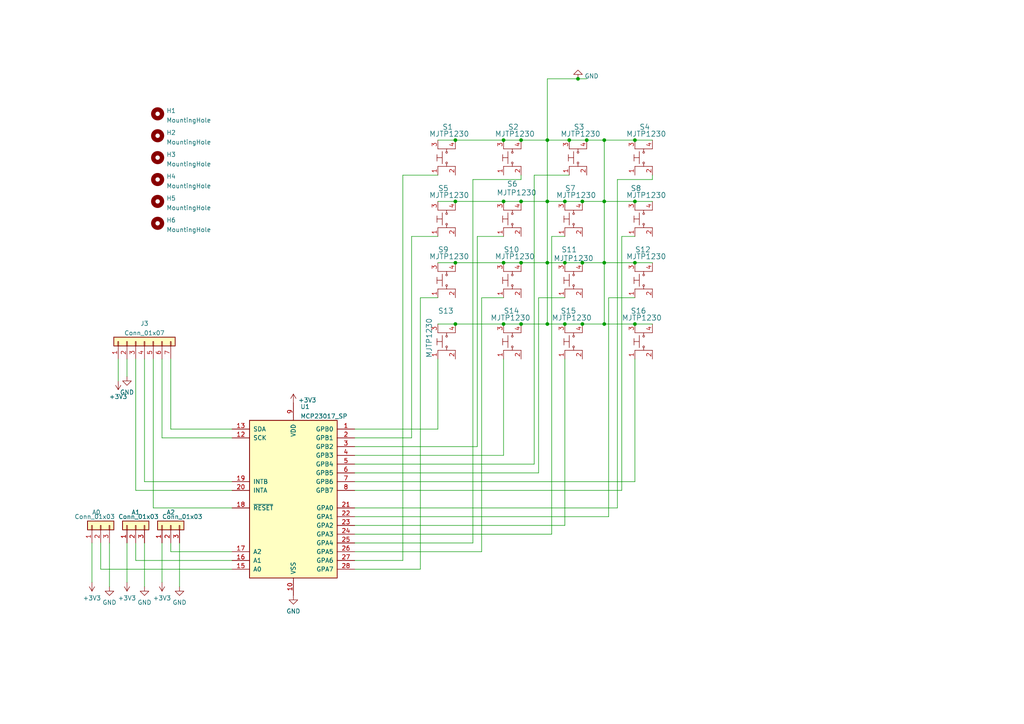
<source format=kicad_sch>
(kicad_sch (version 20211123) (generator eeschema)
  (paper "A4")
  (lib_symbols
    (symbol "Connector_Generic:Conn_01x03" (pin_names (offset 1.016) hide)
      (property "Reference" "J" (at 0 5.08 0))
      (property "Value" "Conn_01x03" (at 0 -5.08 0))
      (symbol "Conn_01x03_1_1"
        (rectangle (start -1.27 -2.413) (end 0 -2.667) (stroke (width 0.1524)))
        (rectangle (start -1.27 0.127) (end 0 -0.127) (stroke (width 0.1524)))
        (rectangle (start -1.27 2.667) (end 0 2.413) (stroke (width 0.1524)))
        (rectangle (start -1.27 3.81) (end 1.27 -3.81) (stroke (width 0.254)) (fill (type background)))
        (pin passive line (at -5.08 2.54 0) (length 3.81) (name "Pin_1") (number "1"))
        (pin passive line (at -5.08 0 0) (length 3.81) (name "Pin_2") (number "2"))
        (pin passive line (at -5.08 -2.54 0) (length 3.81) (name "Pin_3") (number "3"))
      )
    )
    (symbol "Connector_Generic:Conn_01x07" (pin_names (offset 1.016) hide)
      (property "Reference" "J" (at 0 10.16 0))
      (property "Value" "Conn_01x07" (at 0 -10.16 0))
      (symbol "Conn_01x07_1_1"
        (rectangle (start -1.27 -7.493) (end 0 -7.747) (stroke (width 0.1524)))
        (rectangle (start -1.27 -4.953) (end 0 -5.207) (stroke (width 0.1524)))
        (rectangle (start -1.27 -2.413) (end 0 -2.667) (stroke (width 0.1524)))
        (rectangle (start -1.27 0.127) (end 0 -0.127) (stroke (width 0.1524)))
        (rectangle (start -1.27 2.667) (end 0 2.413) (stroke (width 0.1524)))
        (rectangle (start -1.27 5.207) (end 0 4.953) (stroke (width 0.1524)))
        (rectangle (start -1.27 7.747) (end 0 7.493) (stroke (width 0.1524)))
        (rectangle (start -1.27 8.89) (end 1.27 -8.89) (stroke (width 0.254)) (fill (type background)))
        (pin passive line (at -5.08 7.62 0) (length 3.81) (name "Pin_1") (number "1"))
        (pin passive line (at -5.08 5.08 0) (length 3.81) (name "Pin_2") (number "2"))
        (pin passive line (at -5.08 2.54 0) (length 3.81) (name "Pin_3") (number "3"))
        (pin passive line (at -5.08 0 0) (length 3.81) (name "Pin_4") (number "4"))
        (pin passive line (at -5.08 -2.54 0) (length 3.81) (name "Pin_5") (number "5"))
        (pin passive line (at -5.08 -5.08 0) (length 3.81) (name "Pin_6") (number "6"))
        (pin passive line (at -5.08 -7.62 0) (length 3.81) (name "Pin_7") (number "7"))
      )
    )
    (symbol "Interface_Expansion:MCP23017_SP" (pin_names (offset 1.016))
      (property "Reference" "U" (at -11.43 24.13 0))
      (property "Value" "MCP23017_SP" (at 0 0 0))
      (symbol "MCP23017_SP_0_1"
        (rectangle (start -12.7 22.86) (end 12.7 -22.86) (stroke (width 0.254)) (fill (type background)))
      )
      (symbol "MCP23017_SP_1_1"
        (pin bidirectional line (at 17.78 20.32 180) (length 5.08) (name "GPB0") (number "1"))
        (pin power_in line (at 0 -27.94 90) (length 5.08) (name "VSS") (number "10"))
        (pin no_connect line (at -12.7 15.24 0) (length 5.08) hide (name "NC") (number "11"))
        (pin input line (at -17.78 17.78 0) (length 5.08) (name "SCK") (number "12"))
        (pin bidirectional line (at -17.78 20.32 0) (length 5.08) (name "SDA") (number "13"))
        (pin no_connect line (at -12.7 12.7 0) (length 5.08) hide (name "NC") (number "14"))
        (pin input line (at -17.78 -20.32 0) (length 5.08) (name "A0") (number "15"))
        (pin input line (at -17.78 -17.78 0) (length 5.08) (name "A1") (number "16"))
        (pin input line (at -17.78 -15.24 0) (length 5.08) (name "A2") (number "17"))
        (pin input line (at -17.78 -2.54 0) (length 5.08) (name "~{RESET}") (number "18"))
        (pin tri_state line (at -17.78 5.08 0) (length 5.08) (name "INTB") (number "19"))
        (pin bidirectional line (at 17.78 17.78 180) (length 5.08) (name "GPB1") (number "2"))
        (pin tri_state line (at -17.78 2.54 0) (length 5.08) (name "INTA") (number "20"))
        (pin bidirectional line (at 17.78 -2.54 180) (length 5.08) (name "GPA0") (number "21"))
        (pin bidirectional line (at 17.78 -5.08 180) (length 5.08) (name "GPA1") (number "22"))
        (pin bidirectional line (at 17.78 -7.62 180) (length 5.08) (name "GPA2") (number "23"))
        (pin bidirectional line (at 17.78 -10.16 180) (length 5.08) (name "GPA3") (number "24"))
        (pin bidirectional line (at 17.78 -12.7 180) (length 5.08) (name "GPA4") (number "25"))
        (pin bidirectional line (at 17.78 -15.24 180) (length 5.08) (name "GPA5") (number "26"))
        (pin bidirectional line (at 17.78 -17.78 180) (length 5.08) (name "GPA6") (number "27"))
        (pin bidirectional line (at 17.78 -20.32 180) (length 5.08) (name "GPA7") (number "28"))
        (pin bidirectional line (at 17.78 15.24 180) (length 5.08) (name "GPB2") (number "3"))
        (pin bidirectional line (at 17.78 12.7 180) (length 5.08) (name "GPB3") (number "4"))
        (pin bidirectional line (at 17.78 10.16 180) (length 5.08) (name "GPB4") (number "5"))
        (pin bidirectional line (at 17.78 7.62 180) (length 5.08) (name "GPB5") (number "6"))
        (pin bidirectional line (at 17.78 5.08 180) (length 5.08) (name "GPB6") (number "7"))
        (pin bidirectional line (at 17.78 2.54 180) (length 5.08) (name "GPB7") (number "8"))
        (pin power_in line (at 0 27.94 270) (length 5.08) (name "VDD") (number "9"))
      )
    )
    (symbol "Mechanical:MountingHole" (pin_names (offset 1.016))
      (property "Reference" "H" (at 0 5.08 0))
      (property "Value" "MountingHole" (at 0 3.175 0))
      (symbol "MountingHole_0_1"
        (circle (center 0 0) (radius 1.27) (stroke (width 1.27)))
      )
    )
    (symbol "dk_Tactile-Switches:MJTP1230" (pin_names (offset 1.016))
      (property "Reference" "S" (at 0 5.08 0))
      (property "Value" "MJTP1230" (at 0 -5.08 0))
      (symbol "MJTP1230_0_1"
        (circle (center -1.524 0) (radius 0.254))
        (polyline (pts (xy -2.54 2.54) (xy -2.54 -2.54)))
        (polyline (pts (xy -1.778 0) (xy -2.54 0)))
        (polyline (pts (xy -1.778 1.27) (xy 1.778 1.27)))
        (polyline (pts (xy 2.54 -2.54) (xy 2.54 2.54)))
        (polyline (pts (xy 2.54 0) (xy 1.778 0)))
        (circle (center 1.524 0) (radius 0.254))
      )
      (symbol "MJTP1230_1_1"
        (polyline (pts (xy -1.016 2.794) (xy 0.889 2.794)))
        (polyline (pts (xy 0 2.794) (xy 0 1.27)))
        (pin passive line (at -5.08 2.54 0) (length 2.54) (name "~") (number "1"))
        (pin passive line (at -5.08 -2.54 0) (length 2.54) (name "~") (number "2"))
        (pin passive line (at 5.08 2.54 180) (length 2.54) (name "~") (number "3"))
        (pin passive line (at 5.08 -2.54 180) (length 2.54) (name "~") (number "4"))
      )
    )
    (symbol "power:+3.3V" (power) (pin_names (offset 0))
      (property "Value" "+3.3V" (at 0 3.556 0))
      (symbol "+3.3V_0_1"
        (polyline (pts (xy -0.762 1.27) (xy 0 2.54)))
        (polyline (pts (xy 0 0) (xy 0 2.54)))
        (polyline (pts (xy 0 2.54) (xy 0.762 1.27)))
      )
      (symbol "+3.3V_1_1"
        (pin power_in line (at 0 0 90) (length 0) hide (name "+3V3") (number "1"))
      )
    )
    (symbol "power:GND" (power) (pin_names (offset 0))
      (property "Value" "GND" (at 0 -3.81 0))
      (symbol "GND_0_1"
        (polyline (pts (xy 0 0) (xy 0 -1.27) (xy 1.27 -1.27) (xy 0 -2.54) (xy -1.27 -1.27) (xy 0 -1.27)))
      )
      (symbol "GND_1_1"
        (pin power_in line (at 0 0 270) (length 0) hide (name "GND") (number "1"))
      )
    )
  )
  (junction (at 146.05 40.64))
  (junction (at 132.08 40.64))
  (junction (at 184.15 93.98))
  (junction (at 170.18 40.64))
  (junction (at 158.75 58.42))
  (junction (at 168.91 58.42))
  (junction (at 163.83 58.42))
  (junction (at 184.15 58.42))
  (junction (at 158.75 40.64))
  (junction (at 132.08 76.2))
  (junction (at 167.64 22.86))
  (junction (at 146.05 58.42))
  (junction (at 158.75 76.2))
  (junction (at 175.26 40.64))
  (junction (at 184.15 40.64))
  (junction (at 132.08 93.98))
  (junction (at 151.13 76.2))
  (junction (at 158.75 93.98))
  (junction (at 151.13 93.98))
  (junction (at 151.13 58.42))
  (junction (at 163.83 76.2))
  (junction (at 146.05 93.98))
  (junction (at 168.91 93.98))
  (junction (at 132.08 58.42))
  (junction (at 163.83 93.98))
  (junction (at 168.91 76.2))
  (junction (at 175.26 58.42))
  (junction (at 165.1 40.64))
  (junction (at 184.15 76.2))
  (junction (at 151.13 40.64))
  (junction (at 175.26 76.2))
  (junction (at 175.26 93.98))
  (junction (at 146.05 76.2))
  (wire (pts (xy 137.16 52.07) (xy 137.16 157.48)))
  (wire (pts (xy 121.92 165.1) (xy 102.87 165.1)))
  (wire (pts (xy 184.15 58.42) (xy 189.23 58.42)))
  (wire (pts (xy 127 93.98) (xy 132.08 93.98)))
  (wire (pts (xy 36.83 157.48) (xy 36.83 168.91)))
  (wire (pts (xy 52.07 157.48) (xy 52.07 170.18)))
  (wire (pts (xy 139.7 86.36) (xy 139.7 160.02)))
  (wire (pts (xy 175.26 40.64) (xy 175.26 58.42)))
  (wire (pts (xy 146.05 58.42) (xy 151.13 58.42)))
  (wire (pts (xy 67.31 142.24) (xy 39.37 142.24)))
  (wire (pts (xy 189.23 50.8) (xy 189.23 52.07)))
  (wire (pts (xy 158.75 76.2) (xy 163.83 76.2)))
  (wire (pts (xy 146.05 132.08) (xy 102.87 132.08)))
  (wire (pts (xy 163.83 86.36) (xy 156.21 86.36)))
  (wire (pts (xy 36.83 104.14) (xy 36.83 109.22)))
  (wire (pts (xy 49.53 157.48) (xy 49.53 160.02)))
  (wire (pts (xy 127 76.2) (xy 132.08 76.2)))
  (wire (pts (xy 146.05 86.36) (xy 139.7 86.36)))
  (wire (pts (xy 132.08 76.2) (xy 146.05 76.2)))
  (wire (pts (xy 127 124.46) (xy 102.87 124.46)))
  (wire (pts (xy 46.99 127) (xy 67.31 127)))
  (wire (pts (xy 39.37 157.48) (xy 39.37 162.56)))
  (wire (pts (xy 39.37 162.56) (xy 67.31 162.56)))
  (wire (pts (xy 184.15 104.14) (xy 184.15 139.7)))
  (wire (pts (xy 146.05 93.98) (xy 151.13 93.98)))
  (wire (pts (xy 165.1 40.64) (xy 170.18 40.64)))
  (wire (pts (xy 179.07 52.07) (xy 179.07 147.32)))
  (wire (pts (xy 119.38 127) (xy 102.87 127)))
  (wire (pts (xy 127 58.42) (xy 132.08 58.42)))
  (wire (pts (xy 127 68.58) (xy 119.38 68.58)))
  (wire (pts (xy 167.64 22.86) (xy 170.18 22.86)))
  (wire (pts (xy 31.75 157.48) (xy 31.75 170.18)))
  (wire (pts (xy 163.83 152.4) (xy 102.87 152.4)))
  (wire (pts (xy 176.53 86.36) (xy 176.53 149.86)))
  (wire (pts (xy 158.75 40.64) (xy 158.75 58.42)))
  (wire (pts (xy 163.83 58.42) (xy 168.91 58.42)))
  (wire (pts (xy 127 40.64) (xy 132.08 40.64)))
  (wire (pts (xy 184.15 68.58) (xy 180.34 68.58)))
  (wire (pts (xy 151.13 40.64) (xy 158.75 40.64)))
  (wire (pts (xy 189.23 52.07) (xy 179.07 52.07)))
  (wire (pts (xy 132.08 93.98) (xy 146.05 93.98)))
  (wire (pts (xy 184.15 86.36) (xy 176.53 86.36)))
  (wire (pts (xy 138.43 68.58) (xy 138.43 129.54)))
  (wire (pts (xy 49.53 104.14) (xy 49.53 124.46)))
  (wire (pts (xy 102.87 160.02) (xy 139.7 160.02)))
  (wire (pts (xy 151.13 50.8) (xy 151.13 52.07)))
  (wire (pts (xy 151.13 93.98) (xy 158.75 93.98)))
  (wire (pts (xy 146.05 76.2) (xy 151.13 76.2)))
  (wire (pts (xy 158.75 58.42) (xy 158.75 76.2)))
  (wire (pts (xy 151.13 76.2) (xy 158.75 76.2)))
  (wire (pts (xy 184.15 93.98) (xy 189.23 93.98)))
  (wire (pts (xy 102.87 129.54) (xy 138.43 129.54)))
  (wire (pts (xy 67.31 124.46) (xy 49.53 124.46)))
  (wire (pts (xy 184.15 139.7) (xy 102.87 139.7)))
  (wire (pts (xy 156.21 86.36) (xy 156.21 137.16)))
  (wire (pts (xy 151.13 52.07) (xy 137.16 52.07)))
  (wire (pts (xy 39.37 142.24) (xy 39.37 104.14)))
  (wire (pts (xy 160.02 68.58) (xy 160.02 154.94)))
  (wire (pts (xy 163.83 68.58) (xy 160.02 68.58)))
  (wire (pts (xy 41.91 139.7) (xy 41.91 104.14)))
  (wire (pts (xy 179.07 147.32) (xy 102.87 147.32)))
  (wire (pts (xy 163.83 104.14) (xy 163.83 152.4)))
  (wire (pts (xy 41.91 157.48) (xy 41.91 170.18)))
  (wire (pts (xy 44.45 147.32) (xy 44.45 104.14)))
  (wire (pts (xy 175.26 40.64) (xy 184.15 40.64)))
  (wire (pts (xy 175.26 76.2) (xy 175.26 93.98)))
  (wire (pts (xy 158.75 76.2) (xy 158.75 93.98)))
  (wire (pts (xy 146.05 68.58) (xy 138.43 68.58)))
  (wire (pts (xy 165.1 50.8) (xy 154.94 50.8)))
  (wire (pts (xy 127 86.36) (xy 121.92 86.36)))
  (wire (pts (xy 168.91 58.42) (xy 175.26 58.42)))
  (wire (pts (xy 184.15 76.2) (xy 189.23 76.2)))
  (wire (pts (xy 116.84 50.8) (xy 116.84 162.56)))
  (wire (pts (xy 46.99 104.14) (xy 46.99 127)))
  (wire (pts (xy 34.29 104.14) (xy 34.29 110.49)))
  (wire (pts (xy 132.08 40.64) (xy 146.05 40.64)))
  (wire (pts (xy 102.87 134.62) (xy 154.94 134.62)))
  (wire (pts (xy 119.38 68.58) (xy 119.38 127)))
  (wire (pts (xy 158.75 58.42) (xy 163.83 58.42)))
  (wire (pts (xy 127 50.8) (xy 116.84 50.8)))
  (wire (pts (xy 132.08 58.42) (xy 146.05 58.42)))
  (wire (pts (xy 151.13 58.42) (xy 158.75 58.42)))
  (wire (pts (xy 175.26 93.98) (xy 184.15 93.98)))
  (wire (pts (xy 158.75 22.86) (xy 158.75 40.64)))
  (wire (pts (xy 160.02 154.94) (xy 102.87 154.94)))
  (wire (pts (xy 175.26 76.2) (xy 184.15 76.2)))
  (wire (pts (xy 168.91 93.98) (xy 175.26 93.98)))
  (wire (pts (xy 175.26 58.42) (xy 184.15 58.42)))
  (wire (pts (xy 46.99 157.48) (xy 46.99 168.91)))
  (wire (pts (xy 121.92 86.36) (xy 121.92 165.1)))
  (wire (pts (xy 67.31 147.32) (xy 44.45 147.32)))
  (wire (pts (xy 180.34 68.58) (xy 180.34 142.24)))
  (wire (pts (xy 168.91 76.2) (xy 175.26 76.2)))
  (wire (pts (xy 154.94 50.8) (xy 154.94 134.62)))
  (wire (pts (xy 176.53 149.86) (xy 102.87 149.86)))
  (wire (pts (xy 163.83 76.2) (xy 168.91 76.2)))
  (wire (pts (xy 158.75 22.86) (xy 167.64 22.86)))
  (wire (pts (xy 29.21 157.48) (xy 29.21 165.1)))
  (wire (pts (xy 67.31 139.7) (xy 41.91 139.7)))
  (wire (pts (xy 26.67 157.48) (xy 26.67 168.91)))
  (wire (pts (xy 158.75 93.98) (xy 163.83 93.98)))
  (wire (pts (xy 184.15 40.64) (xy 189.23 40.64)))
  (wire (pts (xy 163.83 93.98) (xy 168.91 93.98)))
  (wire (pts (xy 146.05 40.64) (xy 151.13 40.64)))
  (wire (pts (xy 29.21 165.1) (xy 67.31 165.1)))
  (wire (pts (xy 156.21 137.16) (xy 102.87 137.16)))
  (wire (pts (xy 49.53 160.02) (xy 67.31 160.02)))
  (wire (pts (xy 116.84 162.56) (xy 102.87 162.56)))
  (wire (pts (xy 146.05 104.14) (xy 146.05 132.08)))
  (wire (pts (xy 158.75 40.64) (xy 165.1 40.64)))
  (wire (pts (xy 170.18 40.64) (xy 175.26 40.64)))
  (wire (pts (xy 180.34 142.24) (xy 102.87 142.24)))
  (wire (pts (xy 127 104.14) (xy 127 124.46)))
  (wire (pts (xy 137.16 157.48) (xy 102.87 157.48)))
  (wire (pts (xy 175.26 58.42) (xy 175.26 76.2)))
  (symbol (lib_id "dk_Tactile-Switches:MJTP1230") (at 129.54 63.5 90) (unit 1)
    (property "Reference" "S5" (at 127 54.61 90) (effects (font (size 1.524 1.524)) (justify right)))
    (property "Value" "MJTP1230" (at 124.46 56.619 90) (effects (font (size 1.524 1.524)) (justify right)))
    (property "Footprint" "Kitecraft_Buttons:SW_PUSH_6mm_H4.3mm" (effects hide))
    (property "Datasheet" "https://media.digikey.com/pdf/Data%20Sheets/APEM%20Components%20PDFs/MJTP%20Series-6MM.pdf" (effects hide))
    (property "Digi-Key_PN" "679-2428-ND" (effects hide))
    (property "MPN" "MJTP1230" (effects hide))
    (property "Category" "Switches" (effects hide))
    (property "Family" "Tactile Switches" (effects hide))
    (property "DK_Datasheet_Link" "https://media.digikey.com/pdf/Data%20Sheets/APEM%20Components%20PDFs/MJTP%20Series-6MM.pdf" (effects hide))
    (property "DK_Detail_Page" "/product-detail/en/apem-inc/MJTP1230/679-2428-ND/1798037" (effects hide))
    (property "Description" "SWITCH TACTILE SPST-NO 0.05A 12V" (effects hide))
    (property "Manufacturer" "APEM Inc." (effects hide))
    (property "Status" "Active" (effects hide))
  )
  (symbol (lib_id "Mechanical:MountingHole") (at 45.72 45.72 0) (unit 1)
    (property "Reference" "H3" (at 48.26 44.8115 0) (effects (justify left)))
    (property "Value" "MountingHole" (at 48.26 47.5866 0) (effects (justify left)))
    (property "Footprint" "MountingHole:MountingHole_2.2mm_M2" (effects hide))
  )
  (symbol (lib_id "power:GND") (at 85.09 172.72 0) (unit 1)
    (property "Reference" "#PWR0109" (effects hide))
    (property "Value" "GND" (at 85.09 177.2825 0))
  )
  (symbol (lib_id "Mechanical:MountingHole") (at 45.72 52.07 0) (unit 1)
    (property "Reference" "H4" (at 48.26 51.1615 0) (effects (justify left)))
    (property "Value" "MountingHole" (at 48.26 53.9366 0) (effects (justify left)))
    (property "Footprint" "MountingHole:MountingHole_2.2mm_M2" (effects hide))
  )
  (symbol (lib_id "power:+3.3V") (at 85.09 116.84 0) (unit 1)
    (property "Reference" "#PWR0110" (effects hide))
    (property "Value" "+3.3V" (at 86.487 116.049 0) (effects (justify left)))
  )
  (symbol (lib_id "dk_Tactile-Switches:MJTP1230") (at 186.69 81.28 90) (unit 1)
    (property "Reference" "S12" (at 184.15 72.39 90) (effects (font (size 1.524 1.524)) (justify right)))
    (property "Value" "MJTP1230" (at 181.61 74.399 90) (effects (font (size 1.524 1.524)) (justify right)))
    (property "Footprint" "Kitecraft_Buttons:SW_PUSH_6mm_H4.3mm" (effects hide))
    (property "Datasheet" "https://media.digikey.com/pdf/Data%20Sheets/APEM%20Components%20PDFs/MJTP%20Series-6MM.pdf" (effects hide))
    (property "Digi-Key_PN" "679-2428-ND" (effects hide))
    (property "MPN" "MJTP1230" (effects hide))
    (property "Category" "Switches" (effects hide))
    (property "Family" "Tactile Switches" (effects hide))
    (property "DK_Datasheet_Link" "https://media.digikey.com/pdf/Data%20Sheets/APEM%20Components%20PDFs/MJTP%20Series-6MM.pdf" (effects hide))
    (property "DK_Detail_Page" "/product-detail/en/apem-inc/MJTP1230/679-2428-ND/1798037" (effects hide))
    (property "Description" "SWITCH TACTILE SPST-NO 0.05A 12V" (effects hide))
    (property "Manufacturer" "APEM Inc." (effects hide))
    (property "Status" "Active" (effects hide))
  )
  (symbol (lib_id "power:GND") (at 41.91 170.18 0) (unit 1)
    (property "Reference" "#PWR0108" (effects hide))
    (property "Value" "GND" (at 41.91 174.7425 0))
  )
  (symbol (lib_id "dk_Tactile-Switches:MJTP1230") (at 129.54 81.28 90) (unit 1)
    (property "Reference" "S9" (at 127 72.39 90) (effects (font (size 1.524 1.524)) (justify right)))
    (property "Value" "MJTP1230" (at 124.46 74.399 90) (effects (font (size 1.524 1.524)) (justify right)))
    (property "Footprint" "Kitecraft_Buttons:SW_PUSH_6mm_H4.3mm" (effects hide))
    (property "Datasheet" "https://media.digikey.com/pdf/Data%20Sheets/APEM%20Components%20PDFs/MJTP%20Series-6MM.pdf" (effects hide))
    (property "Digi-Key_PN" "679-2428-ND" (effects hide))
    (property "MPN" "MJTP1230" (effects hide))
    (property "Category" "Switches" (effects hide))
    (property "Family" "Tactile Switches" (effects hide))
    (property "DK_Datasheet_Link" "https://media.digikey.com/pdf/Data%20Sheets/APEM%20Components%20PDFs/MJTP%20Series-6MM.pdf" (effects hide))
    (property "DK_Detail_Page" "/product-detail/en/apem-inc/MJTP1230/679-2428-ND/1798037" (effects hide))
    (property "Description" "SWITCH TACTILE SPST-NO 0.05A 12V" (effects hide))
    (property "Manufacturer" "APEM Inc." (effects hide))
    (property "Status" "Active" (effects hide))
  )
  (symbol (lib_id "dk_Tactile-Switches:MJTP1230") (at 186.69 45.72 90) (unit 1)
    (property "Reference" "S4" (at 185.42 36.83 90) (effects (font (size 1.524 1.524)) (justify right)))
    (property "Value" "MJTP1230" (at 181.61 38.839 90) (effects (font (size 1.524 1.524)) (justify right)))
    (property "Footprint" "Kitecraft_Buttons:SW_PUSH_6mm_H4.3mm" (effects hide))
    (property "Datasheet" "https://media.digikey.com/pdf/Data%20Sheets/APEM%20Components%20PDFs/MJTP%20Series-6MM.pdf" (effects hide))
    (property "Digi-Key_PN" "679-2428-ND" (effects hide))
    (property "MPN" "MJTP1230" (effects hide))
    (property "Category" "Switches" (effects hide))
    (property "Family" "Tactile Switches" (effects hide))
    (property "DK_Datasheet_Link" "https://media.digikey.com/pdf/Data%20Sheets/APEM%20Components%20PDFs/MJTP%20Series-6MM.pdf" (effects hide))
    (property "DK_Detail_Page" "/product-detail/en/apem-inc/MJTP1230/679-2428-ND/1798037" (effects hide))
    (property "Description" "SWITCH TACTILE SPST-NO 0.05A 12V" (effects hide))
    (property "Manufacturer" "APEM Inc." (effects hide))
    (property "Status" "Active" (effects hide))
  )
  (symbol (lib_id "dk_Tactile-Switches:MJTP1230") (at 166.37 63.5 90) (unit 1)
    (property "Reference" "S7" (at 163.83 54.61 90) (effects (font (size 1.524 1.524)) (justify right)))
    (property "Value" "MJTP1230" (at 161.29 56.619 90) (effects (font (size 1.524 1.524)) (justify right)))
    (property "Footprint" "Kitecraft_Buttons:SW_PUSH_6mm_H4.3mm" (effects hide))
    (property "Datasheet" "https://media.digikey.com/pdf/Data%20Sheets/APEM%20Components%20PDFs/MJTP%20Series-6MM.pdf" (effects hide))
    (property "Digi-Key_PN" "679-2428-ND" (effects hide))
    (property "MPN" "MJTP1230" (effects hide))
    (property "Category" "Switches" (effects hide))
    (property "Family" "Tactile Switches" (effects hide))
    (property "DK_Datasheet_Link" "https://media.digikey.com/pdf/Data%20Sheets/APEM%20Components%20PDFs/MJTP%20Series-6MM.pdf" (effects hide))
    (property "DK_Detail_Page" "/product-detail/en/apem-inc/MJTP1230/679-2428-ND/1798037" (effects hide))
    (property "Description" "SWITCH TACTILE SPST-NO 0.05A 12V" (effects hide))
    (property "Manufacturer" "APEM Inc." (effects hide))
    (property "Status" "Active" (effects hide))
  )
  (symbol (lib_id "Mechanical:MountingHole") (at 45.72 58.42 0) (unit 1)
    (property "Reference" "H5" (at 48.26 57.5115 0) (effects (justify left)))
    (property "Value" "MountingHole" (at 48.26 60.2866 0) (effects (justify left)))
    (property "Footprint" "MountingHole:MountingHole_2.2mm_M2" (effects hide))
  )
  (symbol (lib_id "Connector_Generic:Conn_01x03") (at 49.53 152.4 90) (unit 1)
    (property "Reference" "A2" (at 48.26 148.59 90) (effects (justify right)))
    (property "Value" "Conn_01x03" (at 46.99 149.86 90) (effects (justify right)))
    (property "Footprint" "Connector_PinHeader_2.54mm:PinHeader_1x03_P2.54mm_Vertical" (effects hide))
  )
  (symbol (lib_id "dk_Tactile-Switches:MJTP1230") (at 129.54 99.06 90) (unit 1)
    (property "Reference" "S13" (at 127 90.17 90) (effects (font (size 1.524 1.524)) (justify right)))
    (property "Value" "MJTP1230" (at 124.46 92.179 0) (effects (font (size 1.524 1.524)) (justify right)))
    (property "Footprint" "Kitecraft_Buttons:SW_PUSH_6mm_H4.3mm" (effects hide))
    (property "Datasheet" "https://media.digikey.com/pdf/Data%20Sheets/APEM%20Components%20PDFs/MJTP%20Series-6MM.pdf" (effects hide))
    (property "Digi-Key_PN" "679-2428-ND" (effects hide))
    (property "MPN" "MJTP1230" (effects hide))
    (property "Category" "Switches" (effects hide))
    (property "Family" "Tactile Switches" (effects hide))
    (property "DK_Datasheet_Link" "https://media.digikey.com/pdf/Data%20Sheets/APEM%20Components%20PDFs/MJTP%20Series-6MM.pdf" (effects hide))
    (property "DK_Detail_Page" "/product-detail/en/apem-inc/MJTP1230/679-2428-ND/1798037" (effects hide))
    (property "Description" "SWITCH TACTILE SPST-NO 0.05A 12V" (effects hide))
    (property "Manufacturer" "APEM Inc." (effects hide))
    (property "Status" "Active" (effects hide))
  )
  (symbol (lib_id "power:GND") (at 167.64 22.86 180) (unit 1)
    (property "Reference" "#PWR0111" (effects hide))
    (property "Value" "GND" (at 169.545 22.069 0) (effects (justify right)))
  )
  (symbol (lib_id "power:+3.3V") (at 36.83 168.91 180) (unit 1)
    (property "Reference" "#PWR0106" (effects hide))
    (property "Value" "+3.3V" (at 36.83 173.4725 0))
  )
  (symbol (lib_id "dk_Tactile-Switches:MJTP1230") (at 186.69 63.5 90) (unit 1)
    (property "Reference" "S8" (at 182.88 54.61 90) (effects (font (size 1.524 1.524)) (justify right)))
    (property "Value" "MJTP1230" (at 181.61 56.619 90) (effects (font (size 1.524 1.524)) (justify right)))
    (property "Footprint" "Kitecraft_Buttons:SW_PUSH_6mm_H4.3mm" (effects hide))
    (property "Datasheet" "https://media.digikey.com/pdf/Data%20Sheets/APEM%20Components%20PDFs/MJTP%20Series-6MM.pdf" (effects hide))
    (property "Digi-Key_PN" "679-2428-ND" (effects hide))
    (property "MPN" "MJTP1230" (effects hide))
    (property "Category" "Switches" (effects hide))
    (property "Family" "Tactile Switches" (effects hide))
    (property "DK_Datasheet_Link" "https://media.digikey.com/pdf/Data%20Sheets/APEM%20Components%20PDFs/MJTP%20Series-6MM.pdf" (effects hide))
    (property "DK_Detail_Page" "/product-detail/en/apem-inc/MJTP1230/679-2428-ND/1798037" (effects hide))
    (property "Description" "SWITCH TACTILE SPST-NO 0.05A 12V" (effects hide))
    (property "Manufacturer" "APEM Inc." (effects hide))
    (property "Status" "Active" (effects hide))
  )
  (symbol (lib_id "dk_Tactile-Switches:MJTP1230") (at 166.37 81.28 90) (unit 1)
    (property "Reference" "S11" (at 165.1 72.39 90) (effects (font (size 1.524 1.524))))
    (property "Value" "MJTP1230" (at 166.37 74.93 90) (effects (font (size 1.524 1.524))))
    (property "Footprint" "Kitecraft_Buttons:SW_PUSH_6mm_H4.3mm" (effects hide))
    (property "Datasheet" "https://media.digikey.com/pdf/Data%20Sheets/APEM%20Components%20PDFs/MJTP%20Series-6MM.pdf" (effects hide))
    (property "Digi-Key_PN" "679-2428-ND" (effects hide))
    (property "MPN" "MJTP1230" (effects hide))
    (property "Category" "Switches" (effects hide))
    (property "Family" "Tactile Switches" (effects hide))
    (property "DK_Datasheet_Link" "https://media.digikey.com/pdf/Data%20Sheets/APEM%20Components%20PDFs/MJTP%20Series-6MM.pdf" (effects hide))
    (property "DK_Detail_Page" "/product-detail/en/apem-inc/MJTP1230/679-2428-ND/1798037" (effects hide))
    (property "Description" "SWITCH TACTILE SPST-NO 0.05A 12V" (effects hide))
    (property "Manufacturer" "APEM Inc." (effects hide))
    (property "Status" "Active" (effects hide))
  )
  (symbol (lib_id "power:GND") (at 31.75 170.18 0) (unit 1)
    (property "Reference" "#PWR0104" (effects hide))
    (property "Value" "GND" (at 31.75 174.7425 0))
  )
  (symbol (lib_id "dk_Tactile-Switches:MJTP1230") (at 148.59 45.72 90) (unit 1)
    (property "Reference" "S2" (at 147.32 36.83 90) (effects (font (size 1.524 1.524)) (justify right)))
    (property "Value" "MJTP1230" (at 143.51 38.839 90) (effects (font (size 1.524 1.524)) (justify right)))
    (property "Footprint" "Kitecraft_Buttons:SW_PUSH_6mm_H4.3mm" (effects hide))
    (property "Datasheet" "https://media.digikey.com/pdf/Data%20Sheets/APEM%20Components%20PDFs/MJTP%20Series-6MM.pdf" (effects hide))
    (property "Digi-Key_PN" "679-2428-ND" (effects hide))
    (property "MPN" "MJTP1230" (effects hide))
    (property "Category" "Switches" (effects hide))
    (property "Family" "Tactile Switches" (effects hide))
    (property "DK_Datasheet_Link" "https://media.digikey.com/pdf/Data%20Sheets/APEM%20Components%20PDFs/MJTP%20Series-6MM.pdf" (effects hide))
    (property "DK_Detail_Page" "/product-detail/en/apem-inc/MJTP1230/679-2428-ND/1798037" (effects hide))
    (property "Description" "SWITCH TACTILE SPST-NO 0.05A 12V" (effects hide))
    (property "Manufacturer" "APEM Inc." (effects hide))
    (property "Status" "Active" (effects hide))
  )
  (symbol (lib_id "power:+3.3V") (at 34.29 110.49 180) (unit 1)
    (property "Reference" "#PWR0101" (effects hide))
    (property "Value" "+3.3V" (at 34.29 115.0525 0))
  )
  (symbol (lib_id "Connector_Generic:Conn_01x03") (at 39.37 152.4 90) (unit 1)
    (property "Reference" "A1" (at 38.1 148.59 90) (effects (justify right)))
    (property "Value" "Conn_01x03" (at 34.29 149.86 90) (effects (justify right)))
    (property "Footprint" "Connector_PinHeader_2.54mm:PinHeader_1x03_P2.54mm_Vertical" (effects hide))
  )
  (symbol (lib_id "dk_Tactile-Switches:MJTP1230") (at 129.54 45.72 90) (unit 1)
    (property "Reference" "S1" (at 128.27 36.83 90) (effects (font (size 1.524 1.524)) (justify right)))
    (property "Value" "MJTP1230" (at 124.46 38.839 90) (effects (font (size 1.524 1.524)) (justify right)))
    (property "Footprint" "Kitecraft_Buttons:SW_PUSH_6mm_H4.3mm" (effects hide))
    (property "Datasheet" "https://media.digikey.com/pdf/Data%20Sheets/APEM%20Components%20PDFs/MJTP%20Series-6MM.pdf" (effects hide))
    (property "Digi-Key_PN" "679-2428-ND" (effects hide))
    (property "MPN" "MJTP1230" (effects hide))
    (property "Category" "Switches" (effects hide))
    (property "Family" "Tactile Switches" (effects hide))
    (property "DK_Datasheet_Link" "https://media.digikey.com/pdf/Data%20Sheets/APEM%20Components%20PDFs/MJTP%20Series-6MM.pdf" (effects hide))
    (property "DK_Detail_Page" "/product-detail/en/apem-inc/MJTP1230/679-2428-ND/1798037" (effects hide))
    (property "Description" "SWITCH TACTILE SPST-NO 0.05A 12V" (effects hide))
    (property "Manufacturer" "APEM Inc." (effects hide))
    (property "Status" "Active" (effects hide))
  )
  (symbol (lib_id "power:GND") (at 36.83 109.22 0) (unit 1)
    (property "Reference" "#PWR0102" (effects hide))
    (property "Value" "GND" (at 36.83 113.7825 0))
  )
  (symbol (lib_id "dk_Tactile-Switches:MJTP1230") (at 148.59 99.06 90) (unit 1)
    (property "Reference" "S14" (at 146.05 90.17 90) (effects (font (size 1.524 1.524)) (justify right)))
    (property "Value" "MJTP1230" (at 142.24 92.179 90) (effects (font (size 1.524 1.524)) (justify right)))
    (property "Footprint" "Kitecraft_Buttons:SW_PUSH_6mm_H4.3mm" (effects hide))
    (property "Datasheet" "https://media.digikey.com/pdf/Data%20Sheets/APEM%20Components%20PDFs/MJTP%20Series-6MM.pdf" (effects hide))
    (property "Digi-Key_PN" "679-2428-ND" (effects hide))
    (property "MPN" "MJTP1230" (effects hide))
    (property "Category" "Switches" (effects hide))
    (property "Family" "Tactile Switches" (effects hide))
    (property "DK_Datasheet_Link" "https://media.digikey.com/pdf/Data%20Sheets/APEM%20Components%20PDFs/MJTP%20Series-6MM.pdf" (effects hide))
    (property "DK_Detail_Page" "/product-detail/en/apem-inc/MJTP1230/679-2428-ND/1798037" (effects hide))
    (property "Description" "SWITCH TACTILE SPST-NO 0.05A 12V" (effects hide))
    (property "Manufacturer" "APEM Inc." (effects hide))
    (property "Status" "Active" (effects hide))
  )
  (symbol (lib_id "Mechanical:MountingHole") (at 45.72 64.77 0) (unit 1)
    (property "Reference" "H6" (at 48.26 63.8615 0) (effects (justify left)))
    (property "Value" "MountingHole" (at 48.26 66.6366 0) (effects (justify left)))
    (property "Footprint" "MountingHole:MountingHole_2.2mm_M2" (effects hide))
  )
  (symbol (lib_id "dk_Tactile-Switches:MJTP1230") (at 186.69 99.06 90) (unit 1)
    (property "Reference" "S16" (at 182.88 90.17 90) (effects (font (size 1.524 1.524)) (justify right)))
    (property "Value" "MJTP1230" (at 180.34 92.179 90) (effects (font (size 1.524 1.524)) (justify right)))
    (property "Footprint" "Kitecraft_Buttons:SW_PUSH_6mm_H4.3mm" (effects hide))
    (property "Datasheet" "https://media.digikey.com/pdf/Data%20Sheets/APEM%20Components%20PDFs/MJTP%20Series-6MM.pdf" (effects hide))
    (property "Digi-Key_PN" "679-2428-ND" (effects hide))
    (property "MPN" "MJTP1230" (effects hide))
    (property "Category" "Switches" (effects hide))
    (property "Family" "Tactile Switches" (effects hide))
    (property "DK_Datasheet_Link" "https://media.digikey.com/pdf/Data%20Sheets/APEM%20Components%20PDFs/MJTP%20Series-6MM.pdf" (effects hide))
    (property "DK_Detail_Page" "/product-detail/en/apem-inc/MJTP1230/679-2428-ND/1798037" (effects hide))
    (property "Description" "SWITCH TACTILE SPST-NO 0.05A 12V" (effects hide))
    (property "Manufacturer" "APEM Inc." (effects hide))
    (property "Status" "Active" (effects hide))
  )
  (symbol (lib_id "Connector_Generic:Conn_01x03") (at 29.21 152.4 90) (unit 1)
    (property "Reference" "A0" (at 26.67 148.59 90) (effects (justify right)))
    (property "Value" "Conn_01x03" (at 21.59 149.86 90) (effects (justify right)))
    (property "Footprint" "Connector_PinHeader_2.54mm:PinHeader_1x03_P2.54mm_Vertical" (effects hide))
  )
  (symbol (lib_id "Interface_Expansion:MCP23017_SP") (at 85.09 144.78 0) (unit 1)
    (property "Reference" "U1" (at 87.1094 117.9535 0) (effects (justify left)))
    (property "Value" "MCP23017_SP" (at 87.1094 120.7286 0) (effects (justify left)))
    (property "Footprint" "Kitecraft_Package_DIP:DIP-28_W7.62mm_WithSocket" (effects hide))
    (property "Datasheet" "http://ww1.microchip.com/downloads/en/DeviceDoc/20001952C.pdf" (effects hide))
  )
  (symbol (lib_id "power:+3.3V") (at 26.67 168.91 180) (unit 1)
    (property "Reference" "#PWR0103" (effects hide))
    (property "Value" "+3.3V" (at 26.67 173.4725 0))
  )
  (symbol (lib_id "Connector_Generic:Conn_01x07") (at 41.91 99.06 90) (unit 1)
    (property "Reference" "J3" (at 41.91 93.8235 90))
    (property "Value" "Conn_01x07" (at 41.91 96.5986 90))
    (property "Footprint" "Connector_PinHeader_2.54mm:PinHeader_1x07_P2.54mm_Vertical" (effects hide))
  )
  (symbol (lib_id "dk_Tactile-Switches:MJTP1230") (at 166.37 99.06 90) (unit 1)
    (property "Reference" "S15" (at 162.56 90.17 90) (effects (font (size 1.524 1.524)) (justify right)))
    (property "Value" "MJTP1230" (at 160.02 92.179 90) (effects (font (size 1.524 1.524)) (justify right)))
    (property "Footprint" "Kitecraft_Buttons:SW_PUSH_6mm_H4.3mm" (effects hide))
    (property "Datasheet" "https://media.digikey.com/pdf/Data%20Sheets/APEM%20Components%20PDFs/MJTP%20Series-6MM.pdf" (effects hide))
    (property "Digi-Key_PN" "679-2428-ND" (effects hide))
    (property "MPN" "MJTP1230" (effects hide))
    (property "Category" "Switches" (effects hide))
    (property "Family" "Tactile Switches" (effects hide))
    (property "DK_Datasheet_Link" "https://media.digikey.com/pdf/Data%20Sheets/APEM%20Components%20PDFs/MJTP%20Series-6MM.pdf" (effects hide))
    (property "DK_Detail_Page" "/product-detail/en/apem-inc/MJTP1230/679-2428-ND/1798037" (effects hide))
    (property "Description" "SWITCH TACTILE SPST-NO 0.05A 12V" (effects hide))
    (property "Manufacturer" "APEM Inc." (effects hide))
    (property "Status" "Active" (effects hide))
  )
  (symbol (lib_id "dk_Tactile-Switches:MJTP1230") (at 148.59 63.5 90) (unit 1)
    (property "Reference" "S6" (at 148.59 53.34 90) (effects (font (size 1.524 1.524))))
    (property "Value" "MJTP1230" (at 149.86 55.88 90) (effects (font (size 1.524 1.524))))
    (property "Footprint" "Kitecraft_Buttons:SW_PUSH_6mm_H4.3mm" (effects hide))
    (property "Datasheet" "https://media.digikey.com/pdf/Data%20Sheets/APEM%20Components%20PDFs/MJTP%20Series-6MM.pdf" (effects hide))
    (property "Digi-Key_PN" "679-2428-ND" (effects hide))
    (property "MPN" "MJTP1230" (effects hide))
    (property "Category" "Switches" (effects hide))
    (property "Family" "Tactile Switches" (effects hide))
    (property "DK_Datasheet_Link" "https://media.digikey.com/pdf/Data%20Sheets/APEM%20Components%20PDFs/MJTP%20Series-6MM.pdf" (effects hide))
    (property "DK_Detail_Page" "/product-detail/en/apem-inc/MJTP1230/679-2428-ND/1798037" (effects hide))
    (property "Description" "SWITCH TACTILE SPST-NO 0.05A 12V" (effects hide))
    (property "Manufacturer" "APEM Inc." (effects hide))
    (property "Status" "Active" (effects hide))
  )
  (symbol (lib_id "dk_Tactile-Switches:MJTP1230") (at 148.59 81.28 90) (unit 1)
    (property "Reference" "S10" (at 146.05 72.39 90) (effects (font (size 1.524 1.524)) (justify right)))
    (property "Value" "MJTP1230" (at 143.51 74.399 90) (effects (font (size 1.524 1.524)) (justify right)))
    (property "Footprint" "Kitecraft_Buttons:SW_PUSH_6mm_H4.3mm" (effects hide))
    (property "Datasheet" "https://media.digikey.com/pdf/Data%20Sheets/APEM%20Components%20PDFs/MJTP%20Series-6MM.pdf" (effects hide))
    (property "Digi-Key_PN" "679-2428-ND" (effects hide))
    (property "MPN" "MJTP1230" (effects hide))
    (property "Category" "Switches" (effects hide))
    (property "Family" "Tactile Switches" (effects hide))
    (property "DK_Datasheet_Link" "https://media.digikey.com/pdf/Data%20Sheets/APEM%20Components%20PDFs/MJTP%20Series-6MM.pdf" (effects hide))
    (property "DK_Detail_Page" "/product-detail/en/apem-inc/MJTP1230/679-2428-ND/1798037" (effects hide))
    (property "Description" "SWITCH TACTILE SPST-NO 0.05A 12V" (effects hide))
    (property "Manufacturer" "APEM Inc." (effects hide))
    (property "Status" "Active" (effects hide))
  )
  (symbol (lib_id "power:+3.3V") (at 46.99 168.91 180) (unit 1)
    (property "Reference" "#PWR0105" (effects hide))
    (property "Value" "+3.3V" (at 46.99 173.4725 0))
  )
  (symbol (lib_id "Mechanical:MountingHole") (at 45.72 33.02 0) (unit 1)
    (property "Reference" "H1" (at 48.26 32.1115 0) (effects (justify left)))
    (property "Value" "MountingHole" (at 48.26 34.8866 0) (effects (justify left)))
    (property "Footprint" "MountingHole:MountingHole_2.2mm_M2" (effects hide))
  )
  (symbol (lib_id "power:GND") (at 52.07 170.18 0) (unit 1)
    (property "Reference" "#PWR0107" (effects hide))
    (property "Value" "GND" (at 52.07 174.7425 0))
  )
  (symbol (lib_id "dk_Tactile-Switches:MJTP1230") (at 167.64 45.72 90) (unit 1)
    (property "Reference" "S3" (at 166.37 36.83 90) (effects (font (size 1.524 1.524)) (justify right)))
    (property "Value" "MJTP1230" (at 162.56 38.839 90) (effects (font (size 1.524 1.524)) (justify right)))
    (property "Footprint" "Kitecraft_Buttons:SW_PUSH_6mm_H4.3mm" (effects hide))
    (property "Datasheet" "https://media.digikey.com/pdf/Data%20Sheets/APEM%20Components%20PDFs/MJTP%20Series-6MM.pdf" (effects hide))
    (property "Digi-Key_PN" "679-2428-ND" (effects hide))
    (property "MPN" "MJTP1230" (effects hide))
    (property "Category" "Switches" (effects hide))
    (property "Family" "Tactile Switches" (effects hide))
    (property "DK_Datasheet_Link" "https://media.digikey.com/pdf/Data%20Sheets/APEM%20Components%20PDFs/MJTP%20Series-6MM.pdf" (effects hide))
    (property "DK_Detail_Page" "/product-detail/en/apem-inc/MJTP1230/679-2428-ND/1798037" (effects hide))
    (property "Description" "SWITCH TACTILE SPST-NO 0.05A 12V" (effects hide))
    (property "Manufacturer" "APEM Inc." (effects hide))
    (property "Status" "Active" (effects hide))
  )
  (symbol (lib_id "Mechanical:MountingHole") (at 45.72 39.37 0) (unit 1)
    (property "Reference" "H2" (at 48.26 38.4615 0) (effects (justify left)))
    (property "Value" "MountingHole" (at 48.26 41.2366 0) (effects (justify left)))
    (property "Footprint" "MountingHole:MountingHole_2.2mm_M2" (effects hide))
  )
)
</source>
